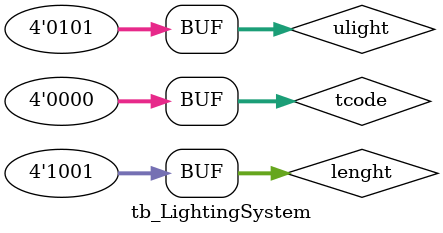
<source format=v>
`timescale 1ns / 1ps


module tb_LightingSystem;

	// Inputs
	reg [3:0] tcode;
	reg [3:0] ulight;
	reg [3:0] lenght;

	// Outputs
	wire [3:0] wshade;
	wire [3:0] lightnum;
	wire [15:0] lightstate;

	// Instantiate the Unit Under Test (UUT)
	LightingSystem uut (
		.tcode(tcode), 
		.ulight(ulight), 
		.lenght(lenght), 
		.wshade(wshade), 
		.lightnum(lightnum), 
		.lightstate(lightstate)
	);

	initial begin
		// Initialize Inputs
		tcode = 4'b0000;
		ulight = 4'b1010;
		lenght = 4'b1001;

		// Wait 100 ns for global reset to finish
		#100;
        
		// Add stimulus here

		tcode = 4'b0001;
		#100
		
		tcode = 4'b0010;
		#100
		
		tcode = 4'b0100;
		#100
		
		ulight = 4'b0011;
		#100
		
		tcode = 4'b1000;
		#100
		
		ulight = 4'b0101;
		#100
		
		tcode = 4'b0000;
		
		
	end
      
endmodule


</source>
